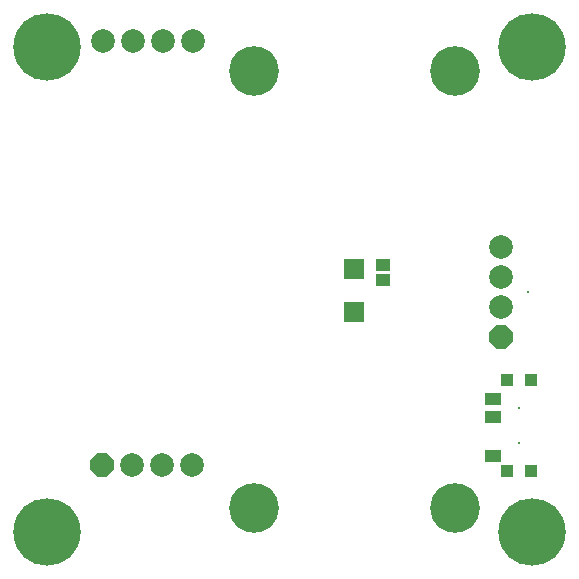
<source format=gts>
G04 Layer_Color=8388736*
%FSLAX44Y44*%
%MOMM*%
G71*
G01*
G75*
%ADD24R,1.8032X1.7032*%
%ADD25R,1.1532X1.0532*%
%ADD26R,1.1032X1.0032*%
%ADD27R,1.4532X1.1032*%
%ADD28C,2.0032*%
%ADD29P,2.1683X8X112.5*%
G04:AMPARAMS|DCode=30|XSize=0.2032mm|YSize=0.2032mm|CornerRadius=0mm|HoleSize=0mm|Usage=FLASHONLY|Rotation=90.000|XOffset=0mm|YOffset=0mm|HoleType=Round|Shape=RoundedRectangle|*
%AMROUNDEDRECTD30*
21,1,0.2032,0.2032,0,0,90.0*
21,1,0.2032,0.2032,0,0,90.0*
1,1,0.0000,0.1016,0.1016*
1,1,0.0000,0.1016,-0.1016*
1,1,0.0000,-0.1016,-0.1016*
1,1,0.0000,-0.1016,0.1016*
%
%ADD30ROUNDEDRECTD30*%
%ADD31P,2.1683X8X22.5*%
%ADD32C,0.2032*%
%ADD33C,5.7032*%
%ADD34C,4.2032*%
D24*
X304800Y266920D02*
D03*
Y230920D02*
D03*
D25*
X328930Y257660D02*
D03*
Y270660D02*
D03*
D26*
X434000Y96500D02*
D03*
X454000D02*
D03*
X434000Y173500D02*
D03*
X454000D02*
D03*
D27*
X422250Y157000D02*
D03*
Y142000D02*
D03*
Y109000D02*
D03*
D28*
X91800Y460000D02*
D03*
X168000D02*
D03*
X142600D02*
D03*
X117200D02*
D03*
X429260Y285750D02*
D03*
Y260350D02*
D03*
Y234950D02*
D03*
X167640Y101600D02*
D03*
X141540D02*
D03*
X116840D02*
D03*
D29*
X429260Y209550D02*
D03*
D30*
X452060Y247650D02*
D03*
D31*
X91440Y101600D02*
D03*
D32*
X444000Y120000D02*
D03*
Y150000D02*
D03*
D33*
X455000Y45000D02*
D03*
X45000D02*
D03*
X455000Y455000D02*
D03*
X45000D02*
D03*
D34*
X220000Y435000D02*
D03*
X390000D02*
D03*
Y65000D02*
D03*
X220000D02*
D03*
M02*

</source>
